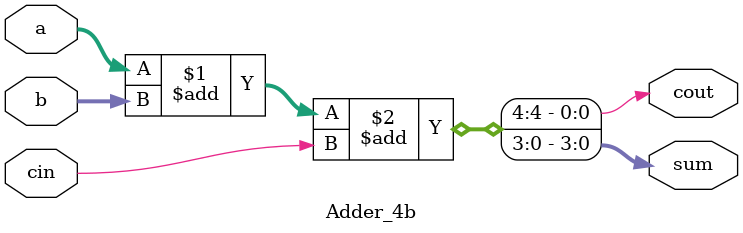
<source format=v>
`timescale 1ns / 1ps

module Adder_4b(
    output [3:0] sum,
    output cout,
    input [3:0] a,
    input [3:0] b,
    input cin
    );
    
    assign {cout,sum} = a + b + cin;
    
endmodule

</source>
